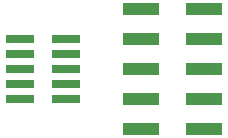
<source format=gtp>
G04*
G04 #@! TF.GenerationSoftware,Altium Limited,CircuitStudio,1.5.2 (30)*
G04*
G04 Layer_Color=8421504*
%FSLAX24Y24*%
%MOIN*%
G70*
G01*
G75*
%ADD10R,0.0945X0.0295*%
%ADD11R,0.1220X0.0394*%
D10*
X2736Y2346D02*
D03*
Y2846D02*
D03*
X1201Y2346D02*
D03*
Y2846D02*
D03*
Y4346D02*
D03*
X2736D02*
D03*
X1201Y3846D02*
D03*
Y3346D02*
D03*
X2736Y3846D02*
D03*
Y3346D02*
D03*
D11*
X5236Y5346D02*
D03*
Y4346D02*
D03*
X7362Y5346D02*
D03*
Y4346D02*
D03*
Y1346D02*
D03*
X5236D02*
D03*
X7362Y2346D02*
D03*
X5236D02*
D03*
X7362Y3346D02*
D03*
X5236D02*
D03*
M02*

</source>
